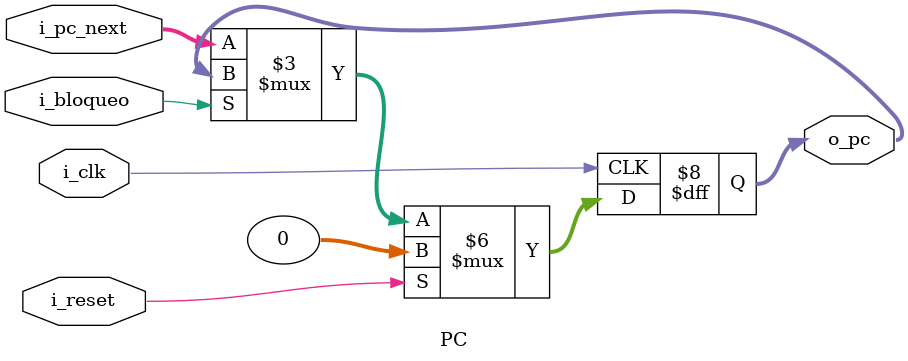
<source format=v>
`timescale 1ns / 1ps

module PC(
    
    input wire i_clk,
    input wire i_reset,
    input wire [31:0] i_pc_next,
    input wire i_bloqueo,
    
    output reg [31:0] o_pc
    );

    
    always @(negedge i_clk) begin
    
        if(i_reset) begin                   //// En caso de reset pongo PC a cero
            o_pc <= 32'h00000000;
        end else begin
            if(! i_bloqueo) begin           // En caso de que el bit de bloqueo no este activado, modifico el module PC
                o_pc <= i_pc_next;
            end
        end
        
    end
        
endmodule
</source>
